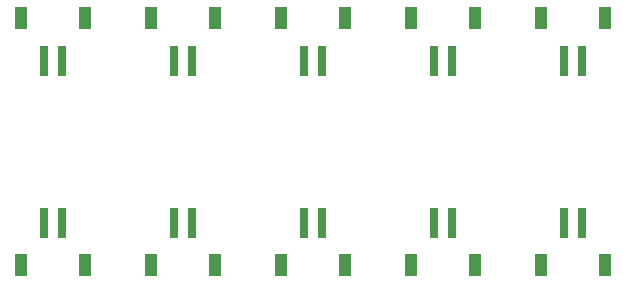
<source format=gbr>
%TF.GenerationSoftware,KiCad,Pcbnew,6.0.7-f9a2dced07~116~ubuntu20.04.1*%
%TF.CreationDate,2022-09-20T13:31:56+02:00*%
%TF.ProjectId,MateLightPowerSupplyPcb,4d617465-4c69-4676-9874-506f77657253,rev?*%
%TF.SameCoordinates,Original*%
%TF.FileFunction,Paste,Bot*%
%TF.FilePolarity,Positive*%
%FSLAX46Y46*%
G04 Gerber Fmt 4.6, Leading zero omitted, Abs format (unit mm)*
G04 Created by KiCad (PCBNEW 6.0.7-f9a2dced07~116~ubuntu20.04.1) date 2022-09-20 13:31:56*
%MOMM*%
%LPD*%
G01*
G04 APERTURE LIST*
%ADD10R,0.700000X2.500000*%
%ADD11R,1.100000X1.900000*%
G04 APERTURE END LIST*
D10*
%TO.C,X20*%
X137250000Y-119850000D03*
X135750000Y-119850000D03*
D11*
X139200000Y-123450000D03*
X133800000Y-123450000D03*
%TD*%
D10*
%TO.C,X22*%
X115250000Y-119850000D03*
X113750000Y-119850000D03*
D11*
X117200000Y-123450000D03*
X111800000Y-123450000D03*
%TD*%
D10*
%TO.C,X21*%
X126250000Y-119850000D03*
X124750000Y-119850000D03*
D11*
X128200000Y-123450000D03*
X122800000Y-123450000D03*
%TD*%
%TO.C,X13*%
X161200000Y-102550000D03*
X155800000Y-102550000D03*
D10*
X159250000Y-106150000D03*
X157750000Y-106150000D03*
%TD*%
%TO.C,X15*%
X135750000Y-106150000D03*
X137250000Y-106150000D03*
D11*
X133800000Y-102550000D03*
X139200000Y-102550000D03*
%TD*%
D10*
%TO.C,X14*%
X146750000Y-106150000D03*
X148250000Y-106150000D03*
D11*
X144800000Y-102550000D03*
X150200000Y-102550000D03*
%TD*%
D10*
%TO.C,X18*%
X159250000Y-119850000D03*
X157750000Y-119850000D03*
D11*
X161200000Y-123450000D03*
X155800000Y-123450000D03*
%TD*%
D10*
%TO.C,X19*%
X148250000Y-119850000D03*
X146750000Y-119850000D03*
D11*
X150200000Y-123450000D03*
X144800000Y-123450000D03*
%TD*%
D10*
%TO.C,X17*%
X113750000Y-106150000D03*
X115250000Y-106150000D03*
D11*
X111800000Y-102550000D03*
X117200000Y-102550000D03*
%TD*%
D10*
%TO.C,X16*%
X124750000Y-106150000D03*
X126250000Y-106150000D03*
D11*
X122800000Y-102550000D03*
X128200000Y-102550000D03*
%TD*%
M02*

</source>
